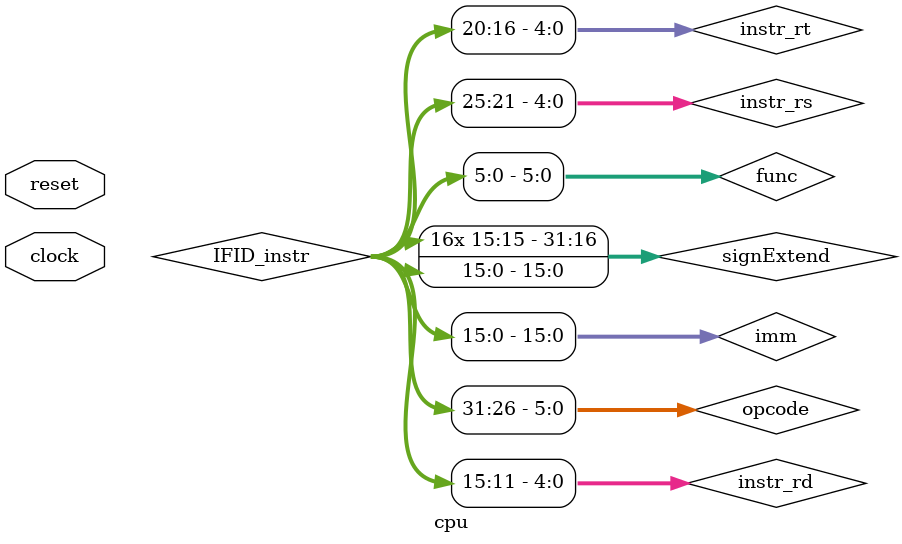
<source format=v>
/***********************************************************************************************/
/*********************************  MIPS 5-stage pipeline implementation ***********************/
/***********************************************************************************************/

module cpu(input clock, input reset);
 reg [31:0] PC; 
 reg [31:0] IFID_PCplus4;
 reg [31:0] IFID_instr;
 reg [31:0] IDEX_rdA, IDEX_rdB, IDEX_signExtend;
 reg [4:0]  IDEX_instr_rt, IDEX_instr_rs, IDEX_instr_rd;                            
 reg        IDEX_RegDst, IDEX_ALUSrc;
 reg [1:0]  IDEX_ALUcntrl;
 reg        IDEX_Branch, IDEX_MemRead, IDEX_MemWrite; 
 reg        IDEX_MemToReg, IDEX_RegWrite;                
 reg [4:0]  EXMEM_RegWriteAddr, EXMEM_instr_rd; 
 reg [31:0] EXMEM_ALUOut;
 reg        EXMEM_Zero;
 reg [31:0] EXMEM_MemWriteData;
 reg        EXMEM_Branch, EXMEM_MemRead, EXMEM_MemWrite, EXMEM_RegWrite, EXMEM_MemToReg;
 reg [31:0] MEMWB_DMemOut;
 reg [4:0]  MEMWB_RegWriteAddr, MEMWB_instr_rd; 
 reg [31:0] MEMWB_ALUOut;
 reg        MEMWB_MemToReg, MEMWB_RegWrite;               
 wire [31:0] instr, ALUInA, ALUInB, ALUOut, rdA, rdB, signExtend, DMemOut, wRegData, PCIncr;
 wire Zero, RegDst, MemRead, MemWrite, MemToReg, ALUSrc, RegWrite, Branch;
 wire [5:0] opcode, func;
 wire [4:0] instr_rs, instr_rt, instr_rd, RegWriteAddr;
 wire [3:0] ALUOp;
 wire [1:0] ALUcntrl;
 wire [15:0] imm;

 
 

/***************** Instruction Fetch Unit (IF)  ****************/
 always @(posedge clock or negedge reset)
  begin 
    if (reset == 1'b0)     
       PC <= -1;     
    else if (PC == -1)
       PC <= 0;
    else 
       PC <= PC + 4;
  end
  
  // IFID pipeline register
 always @(posedge clock or negedge reset)
  begin 
    if (reset == 1'b0)     
      begin
       IFID_PCplus4 <= 32'b0;    
       IFID_instr <= 32'b0;
    end 
    else 
      begin
       IFID_PCplus4 <= PC + 32'd4;
       IFID_instr <= instr;
    end
  end
  
// TO FILL IN: Instantiate the Instruction Memory here //done
Memory cpu_IMem(clock, reset, 1'b1, 1'b0, PC >> 2, 32'b0, instr);
  
  

/***************** Instruction Decode Unit (ID)  ****************/
assign opcode = IFID_instr[31:26];
assign func = IFID_instr[5:0];
assign instr_rs = IFID_instr[25:21];
assign instr_rt = IFID_instr[20:16];
assign instr_rd = IFID_instr[15:11];
assign imm = IFID_instr[15:0];
assign signExtend = {{16{imm[15]}}, imm};

// Register file
RegFile cpu_regs(clock, reset, instr_rs, instr_rt, MEMWB_RegWriteAddr, MEMWB_RegWrite, wRegData, rdA, rdB);

  // IDEX pipeline register
 always @(posedge clock or negedge reset)
  begin 
    if (reset == 1'b0)
      begin
       IDEX_rdA <= 32'b0;    
       IDEX_rdB <= 32'b0;
       IDEX_signExtend <= 32'b0;
       IDEX_instr_rd <= 5'b0;
       IDEX_instr_rs <= 5'b0;
       IDEX_instr_rt <= 5'b0;
       IDEX_RegDst <= 1'b0;
       IDEX_ALUcntrl <= 2'b0;
       IDEX_ALUSrc <= 1'b0;
       IDEX_Branch <= 1'b0;
       IDEX_MemRead <= 1'b0;
       IDEX_MemWrite <= 1'b0;
       IDEX_MemToReg <= 1'b0;                  
       IDEX_RegWrite <= 1'b0;
    end 
    else 
      begin
       IDEX_rdA <= rdA;
       IDEX_rdB <= rdB;
       IDEX_signExtend <= signExtend;
       IDEX_instr_rd <= instr_rd;
       IDEX_instr_rs <= instr_rs;
       IDEX_instr_rt <= instr_rt;
       IDEX_RegDst <= RegDst;
       IDEX_ALUcntrl <= ALUcntrl;
       IDEX_ALUSrc <= ALUSrc;
       IDEX_Branch <= Branch;
       IDEX_MemRead <= MemRead;
       IDEX_MemWrite <= MemWrite;
       IDEX_MemToReg <= MemToReg;                  
       IDEX_RegWrite <= RegWrite;
    end
  end

// Main Control Unit 
control_main control_main (RegDst,
                  Branch,
                  MemRead,
                  MemWrite,
                  MemToReg,
                  ALUSrc,
                  RegWrite,
                  ALUcntrl,
                  opcode);
                  
// TO FILL IN: Instantiation of Control Unit that generates stalls



                           
/***************** Execution Unit (EX)  ****************/
                 
assign ALUInA = IDEX_rdA;
                 
assign ALUInB = (IDEX_ALUSrc == 1'b0) ? IDEX_rdB : IDEX_signExtend;

//  ALU
ALU  #(32) cpu_alu(ALUOut, Zero, ALUInA, ALUInB, ALUOp);

assign RegWriteAddr = (IDEX_RegDst==1'b0) ? IDEX_instr_rt : IDEX_instr_rd;

 // EXMEM pipeline register
 always @(posedge clock or negedge reset)
  begin 
    if (reset == 1'b0)     
      begin
       EXMEM_ALUOut <= 32'b0;    
       EXMEM_RegWriteAddr <= 5'b0;
       EXMEM_MemWriteData <= 32'b0;
       EXMEM_Zero <= 1'b0;
       EXMEM_Branch <= 1'b0;
       EXMEM_MemRead <= 1'b0;
       EXMEM_MemWrite <= 1'b0;
       EXMEM_MemToReg <= 1'b0;                  
       EXMEM_RegWrite <= 1'b0;
      end 
    else 
      begin
       EXMEM_ALUOut <= ALUOut;    
       EXMEM_RegWriteAddr <= RegWriteAddr;
       EXMEM_MemWriteData <= IDEX_rdB;
       EXMEM_Zero <= Zero;
       EXMEM_Branch <= IDEX_Branch;
       EXMEM_MemRead <= IDEX_MemRead;
       EXMEM_MemWrite <= IDEX_MemWrite;
       EXMEM_MemToReg <= IDEX_MemToReg;                  
       EXMEM_RegWrite <= IDEX_RegWrite;
      end
  end
  
  // ALU control
  control_alu control_alu(ALUOp, IDEX_ALUcntrl, IDEX_signExtend[5:0]);
  
   // TO FILL IN: Instantiation of control logic for Forwarding goes here
  

  
  
  
/***************** Memory Unit (MEM)  ****************/  

// Data memory 1KB
// Instantiate the Data Memory here  //dobes
 Memory cpu_DataMem(clock, reset, EXMEM_MemRead , EXMEM_MemWrite, EXMEM_ALUOut, EXMEM_MemWriteData, MEMWB_DMemOut);


// MEMWB pipeline register
 always @(posedge clock or negedge reset)
  begin 
    if (reset == 1'b0)     
      begin
       MEMWB_DMemOut <= 32'b0;    
       MEMWB_ALUOut <= 32'b0;
       MEMWB_RegWriteAddr <= 5'b0;
       MEMWB_MemToReg <= 1'b0;                  
       MEMWB_RegWrite <= 1'b0;
      end 
    else 
      begin
       MEMWB_DMemOut <= DMemOut;
       MEMWB_ALUOut <= EXMEM_ALUOut;
       MEMWB_RegWriteAddr <= EXMEM_RegWriteAddr;
       MEMWB_MemToReg <= EXMEM_MemToReg;                  
       MEMWB_RegWrite <= EXMEM_RegWrite;
      end
  end

  
  
  

/***************** WriteBack Unit (WB)  ****************/  
// TO FILL IN: Write Back logic 


endmodule

</source>
